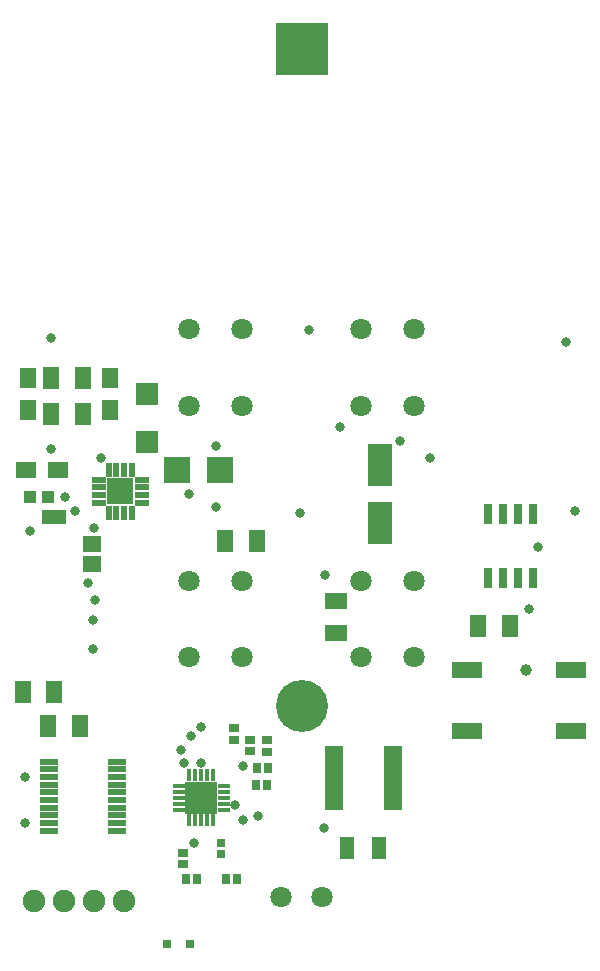
<source format=gbs>
G04*
G04 #@! TF.GenerationSoftware,Altium Limited,Altium Designer,23.1.1 (15)*
G04*
G04 Layer_Color=16711935*
%FSLAX44Y44*%
%MOMM*%
G71*
G04*
G04 #@! TF.SameCoordinates,4FD7E483-A0BE-4EFF-918D-63B1A9DD4886*
G04*
G04*
G04 #@! TF.FilePolarity,Negative*
G04*
G01*
G75*
%ADD33R,0.7832X0.8432*%
%ADD36R,1.4032X1.9032*%
%ADD39R,1.6032X1.4532*%
%ADD40R,1.3032X1.9032*%
%ADD41R,2.0532X3.6532*%
%ADD42R,0.8432X0.7832*%
%ADD43C,1.9032*%
%ADD44C,1.8032*%
%ADD45C,4.4032*%
%ADD46R,4.4032X4.4032*%
%ADD47C,0.8032*%
%ADD48C,0.7032*%
%ADD49C,1.0032*%
%ADD93R,0.7832X0.8232*%
%ADD94R,0.7032X0.7232*%
%ADD95R,2.5032X1.4532*%
%ADD96R,1.8032X1.4532*%
%ADD97R,0.7532X0.8032*%
%ADD98R,0.8232X0.7832*%
%ADD99R,1.0532X0.4532*%
%ADD100R,0.4532X1.0532*%
%ADD101R,2.8032X2.8032*%
%ADD102R,1.5532X0.6032*%
%ADD103R,1.0032X1.2032*%
%ADD104R,0.5032X1.3032*%
%ADD105R,1.3032X0.5032*%
%ADD106R,2.3032X2.3032*%
%ADD107R,1.4532X1.8032*%
%ADD108R,1.9032X1.8532*%
%ADD109R,2.2032X2.3032*%
%ADD110R,1.0532X1.1032*%
%ADD111R,0.8032X1.6532*%
%ADD112R,1.6032X5.4032*%
%ADD113R,1.9032X1.4032*%
D33*
X185700Y182250D02*
D03*
X195300D02*
D03*
X152200Y182500D02*
D03*
X161800D02*
D03*
D36*
X35500Y312000D02*
D03*
X62500D02*
D03*
X212250Y468250D02*
D03*
X185250D02*
D03*
X65000Y607000D02*
D03*
X38000D02*
D03*
X64750Y575750D02*
D03*
X37750Y575750D02*
D03*
X399250Y397000D02*
D03*
X426250D02*
D03*
X40750Y341000D02*
D03*
X13750D02*
D03*
D39*
X72750Y465750D02*
D03*
Y448750D02*
D03*
D40*
X288750Y209000D02*
D03*
X315750D02*
D03*
D41*
X316250Y533000D02*
D03*
Y484000D02*
D03*
D42*
X149750Y204800D02*
D03*
Y195200D02*
D03*
X192750Y310050D02*
D03*
Y300450D02*
D03*
X206250Y290700D02*
D03*
Y300300D02*
D03*
D43*
X99600Y163750D02*
D03*
X74200D02*
D03*
X48800D02*
D03*
X23400D02*
D03*
D44*
X154500Y648000D02*
D03*
X154500Y583000D02*
D03*
X199500D02*
D03*
Y648000D02*
D03*
X300500Y583000D02*
D03*
Y648000D02*
D03*
X345500D02*
D03*
Y583000D02*
D03*
Y370000D02*
D03*
Y435000D02*
D03*
X300500D02*
D03*
Y370000D02*
D03*
X154500Y435000D02*
D03*
Y370000D02*
D03*
X199500D02*
D03*
Y435000D02*
D03*
X232500Y167000D02*
D03*
X267500D02*
D03*
D45*
X250000Y328950D02*
D03*
D46*
Y885050D02*
D03*
D47*
X73500Y401500D02*
D03*
X270000Y439500D02*
D03*
X256500Y647500D02*
D03*
X282407Y565361D02*
D03*
X159250Y213250D02*
D03*
X15810Y230250D02*
D03*
X73000Y377250D02*
D03*
X213250Y236000D02*
D03*
X200250Y232750D02*
D03*
X69000Y432750D02*
D03*
X74250Y479500D02*
D03*
X177750Y549250D02*
D03*
X474250Y637000D02*
D03*
X359000Y539000D02*
D03*
X269000Y225750D02*
D03*
X165000Y280250D02*
D03*
X147750Y291500D02*
D03*
X154250Y508500D02*
D03*
X193250Y245250D02*
D03*
X200750Y278250D02*
D03*
X150250Y280250D02*
D03*
X15500Y268750D02*
D03*
X74750Y418500D02*
D03*
X248250Y492500D02*
D03*
X80500Y539000D02*
D03*
X333500Y553000D02*
D03*
X37750Y640500D02*
D03*
X165000Y311250D02*
D03*
X156500Y303750D02*
D03*
X37750Y546750D02*
D03*
X177250Y497000D02*
D03*
X58250Y493750D02*
D03*
X50000Y505750D02*
D03*
X20000Y476750D02*
D03*
X481250Y494250D02*
D03*
X450000Y463500D02*
D03*
X442500Y410750D02*
D03*
D48*
X159500Y245750D02*
D03*
X170500D02*
D03*
X159500Y256750D02*
D03*
X170500D02*
D03*
X91000Y516250D02*
D03*
Y505250D02*
D03*
X102000Y516250D02*
D03*
Y505250D02*
D03*
D49*
X440250Y359500D02*
D03*
D93*
X220900Y262250D02*
D03*
X211100D02*
D03*
X221650Y276750D02*
D03*
X211850D02*
D03*
D94*
X136250Y127750D02*
D03*
X155250D02*
D03*
D95*
X478250Y359750D02*
D03*
Y307750D02*
D03*
X390250Y359750D02*
D03*
Y307750D02*
D03*
D96*
X16250Y529000D02*
D03*
X43750D02*
D03*
D97*
X181500Y212750D02*
D03*
Y203750D02*
D03*
D98*
X220750Y300150D02*
D03*
Y290350D02*
D03*
D99*
X146000Y241250D02*
D03*
Y246250D02*
D03*
Y251250D02*
D03*
Y256250D02*
D03*
Y261250D02*
D03*
X184000D02*
D03*
Y256250D02*
D03*
Y251250D02*
D03*
Y246250D02*
D03*
Y241250D02*
D03*
D100*
X155000Y270250D02*
D03*
X160000D02*
D03*
X165000D02*
D03*
X170000D02*
D03*
X175000D02*
D03*
Y232250D02*
D03*
X170000D02*
D03*
X165000D02*
D03*
X160000D02*
D03*
X155000D02*
D03*
D101*
X165000Y251250D02*
D03*
D102*
X36000Y223250D02*
D03*
Y229750D02*
D03*
Y236250D02*
D03*
Y242750D02*
D03*
Y249250D02*
D03*
Y255750D02*
D03*
Y262250D02*
D03*
Y268750D02*
D03*
Y275250D02*
D03*
Y281750D02*
D03*
X93500Y223250D02*
D03*
X93500Y229750D02*
D03*
Y236250D02*
D03*
X93500Y242750D02*
D03*
X93500Y249250D02*
D03*
Y255750D02*
D03*
X93500Y262250D02*
D03*
X93500Y268750D02*
D03*
Y275250D02*
D03*
X93500Y281750D02*
D03*
D103*
X35250Y489250D02*
D03*
X45750Y489250D02*
D03*
D104*
X86750Y528750D02*
D03*
X93250D02*
D03*
X99750Y528750D02*
D03*
X106250Y528750D02*
D03*
Y492750D02*
D03*
X99750Y492750D02*
D03*
X93250D02*
D03*
X86750Y492750D02*
D03*
D105*
X114500Y520500D02*
D03*
Y514000D02*
D03*
Y507500D02*
D03*
Y501000D02*
D03*
X78500Y501000D02*
D03*
Y507500D02*
D03*
Y514000D02*
D03*
Y520500D02*
D03*
D106*
X96500Y510750D02*
D03*
D107*
X87500Y579500D02*
D03*
X87500Y607000D02*
D03*
X18500Y579500D02*
D03*
Y607000D02*
D03*
D108*
X119250Y593000D02*
D03*
X119250Y552500D02*
D03*
D109*
X144500Y528500D02*
D03*
X180500Y528500D02*
D03*
D110*
X35000Y506250D02*
D03*
X20000D02*
D03*
D111*
X446050Y437250D02*
D03*
X433350Y437250D02*
D03*
X420650Y437250D02*
D03*
X407950D02*
D03*
X446050Y491750D02*
D03*
X433350Y491750D02*
D03*
X420650Y491750D02*
D03*
X407950D02*
D03*
D112*
X277250Y267750D02*
D03*
X327250Y267750D02*
D03*
D113*
X279250Y417500D02*
D03*
Y390500D02*
D03*
M02*

</source>
